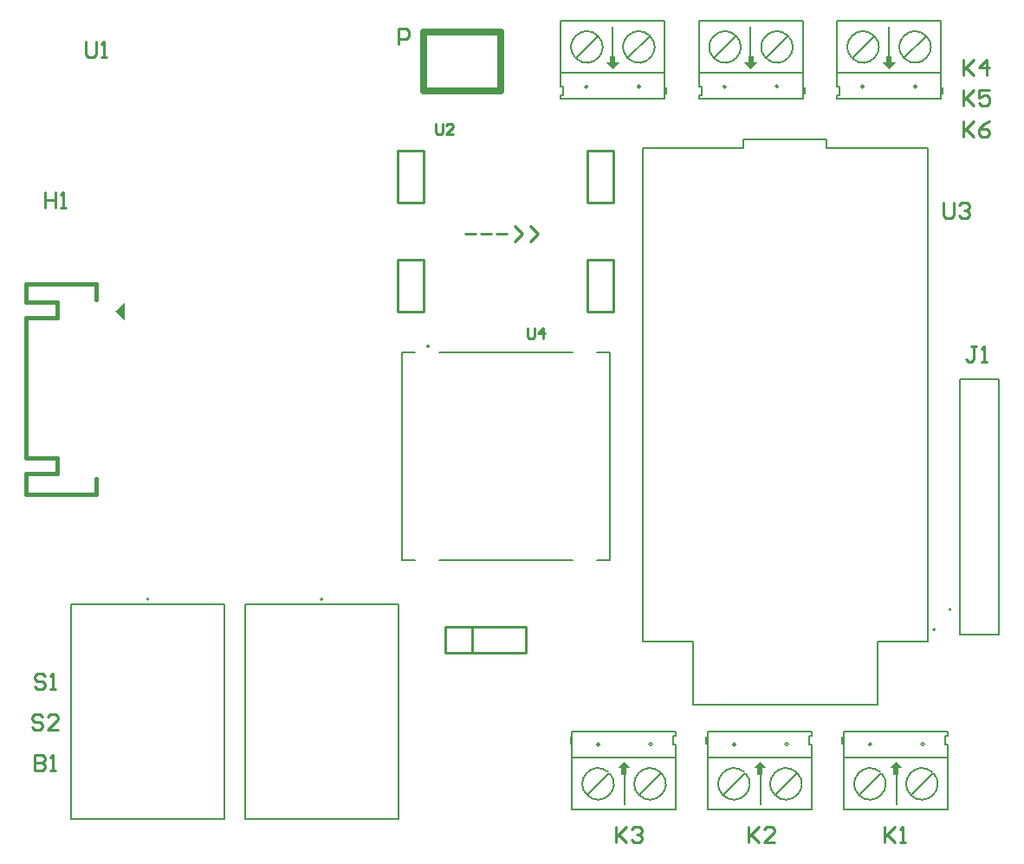
<source format=gto>
G04*
G04 #@! TF.GenerationSoftware,Altium Limited,Altium Designer,24.1.2 (44)*
G04*
G04 Layer_Color=65535*
%FSTAX44Y44*%
%MOMM*%
G71*
G04*
G04 #@! TF.SameCoordinates,15096EBA-7BDD-494B-A6EB-00B69F680517*
G04*
G04*
G04 #@! TF.FilePolarity,Positive*
G04*
G01*
G75*
%ADD10C,0.2000*%
%ADD11C,0.1778*%
%ADD12C,0.1270*%
%ADD13C,0.2540*%
%ADD14C,0.3810*%
%ADD15C,0.6350*%
G36*
X0091555Y0015092D02*
X009092Y0014457D01*
X0091301D01*
Y0013822D01*
X0091809D01*
Y0014457D01*
X009219D01*
X0091555Y0015092D01*
D02*
G37*
G36*
X00427813Y00582593D02*
Y00600627D01*
X00418923Y00591737D01*
X00418669D01*
X00427813Y00582593D01*
D02*
G37*
G36*
X009046Y0082841D02*
X0091095Y0083476D01*
X0090714D01*
Y0084111D01*
X0090206D01*
Y0083476D01*
X0089825D01*
X009046Y0082841D01*
D02*
G37*
G36*
X01048425Y0015092D02*
X01042075Y0014457D01*
X01045885D01*
Y0013822D01*
X01050965D01*
Y0014457D01*
X01054775D01*
X01048425Y0015092D01*
D02*
G37*
G36*
X011813D02*
X0117495Y0014457D01*
X0117876D01*
Y0013822D01*
X0118384D01*
Y0014457D01*
X0118765D01*
X011813Y0015092D01*
D02*
G37*
G36*
X010396Y0082841D02*
X0104595Y0083476D01*
X0104214D01*
Y0084111D01*
X0103706D01*
Y0083476D01*
X0103325D01*
X010396Y0082841D01*
D02*
G37*
G36*
X011746D02*
X0118095Y0083476D01*
X0117714D01*
Y0084111D01*
X0117206D01*
Y0083476D01*
X0116825D01*
X011746Y0082841D01*
D02*
G37*
D10*
X012197Y002802D02*
G03*
X012197Y002802I-00001J0D01*
G01*
X00451Y0031D02*
G03*
X00451Y0031I-00001J0D01*
G01*
X00621Y0031D02*
G03*
X00621Y0031I-00001J0D01*
G01*
X007248Y00557282D02*
G03*
X007248Y00557282I-00001J0D01*
G01*
X01235Y003D02*
G03*
X01235Y003I-00001J0D01*
G01*
D11*
X00920083Y00838303D02*
G03*
X00918524Y00839828I00009917J00011697D01*
G01*
X00880318Y00811138D02*
G03*
X00880318Y00811138I-00001626J0D01*
G01*
X00931626Y00811392D02*
G03*
X00931626Y00811392I-00001626J0D01*
G01*
X00869102Y00838459D02*
G03*
X00867724Y00839828I00010098J00011541D01*
G01*
X01139102Y00838459D02*
G03*
X01137724Y00839828I00010098J00011541D01*
G01*
X01201626Y00811392D02*
G03*
X01201626Y00811392I-00001626J0D01*
G01*
X01150318Y00811138D02*
G03*
X01150318Y00811138I-00001626J0D01*
G01*
X01190083Y00838303D02*
G03*
X01188524Y00839828I00009917J00011697D01*
G01*
X00951048Y00140871D02*
G03*
X00952426Y00139502I-00010098J-00011541D01*
G01*
X00891776Y00167938D02*
G03*
X00891776Y00167938I-00001626J0D01*
G01*
X00943084Y00168192D02*
G03*
X00943084Y00168192I-00001626J0D01*
G01*
X00900067Y00141027D02*
G03*
X00901626Y00139502I-00009917J-00011697D01*
G01*
X01083923Y00140871D02*
G03*
X01085301Y00139502I-00010098J-00011541D01*
G01*
X01024651Y00167938D02*
G03*
X01024651Y00167938I-00001626J0D01*
G01*
X01075959Y00168192D02*
G03*
X01075959Y00168192I-00001626J0D01*
G01*
X01032942Y00141027D02*
G03*
X01034501Y00139502I-00009917J-00011697D01*
G01*
X01216798Y00140871D02*
G03*
X01218176Y00139502I-00010098J-00011541D01*
G01*
X01157526Y00167938D02*
G03*
X01157526Y00167938I-00001626J0D01*
G01*
X01208834Y00168192D02*
G03*
X01208834Y00168192I-00001626J0D01*
G01*
X01165817Y00141027D02*
G03*
X01167376Y00139502I-00009917J-00011697D01*
G01*
X01055083Y00838303D02*
G03*
X01053524Y00839828I00009917J00011697D01*
G01*
X01015318Y00811138D02*
G03*
X01015318Y00811138I-00001626J0D01*
G01*
X01066626Y00811392D02*
G03*
X01066626Y00811392I-00001626J0D01*
G01*
X01004102Y00838459D02*
G03*
X01002724Y00839828I00010098J00011541D01*
G01*
X00919078Y00839078D02*
X00940668Y00860668D01*
X008538Y008246D02*
X009554D01*
Y008373D02*
Y008754D01*
X008538Y00811646D02*
Y008754D01*
Y00811646D02*
X0085634D01*
Y00803772D02*
Y00811646D01*
X009554Y007992D02*
Y008373D01*
X00956924Y0080428D02*
Y0081063D01*
X00904092Y00831712D02*
Y00870066D01*
X00868405Y00839205D02*
X00889868Y00860668D01*
X008538Y008754D02*
X009554D01*
X008538Y0083984D02*
Y00870066D01*
Y007992D02*
X009554D01*
X008538Y0080301D02*
X0085634D01*
X008538Y007992D02*
Y0080301D01*
X011238Y007992D02*
Y0080301D01*
X0112634D01*
X011238Y007992D02*
X012254D01*
X011238Y0083984D02*
Y00870066D01*
Y008754D02*
X012254D01*
X01138405Y00839205D02*
X01159868Y00860668D01*
X01174092Y00831712D02*
Y00870066D01*
X01226924Y0080428D02*
Y0081063D01*
X012254Y007992D02*
Y008373D01*
X0112634Y00803772D02*
Y00811646D01*
X011238D02*
X0112634D01*
X011238D02*
Y008754D01*
X012254Y008373D02*
Y008754D01*
X011238Y008246D02*
X012254D01*
X01189078Y00839078D02*
X01210668Y00860668D01*
X0096635Y0017632D02*
Y0018013D01*
X0096381Y0017632D02*
X0096635D01*
X0086475Y0018013D02*
X0096635D01*
Y00109264D02*
Y0013949D01*
X0086475Y0010393D02*
X0096635D01*
X00930282Y00118662D02*
X00951745Y00140125D01*
X00916058Y00109264D02*
Y00147618D01*
X00863226Y001687D02*
Y0017505D01*
X0086475Y0014203D02*
Y0018013D01*
X0096381Y00167684D02*
Y00175558D01*
Y00167684D02*
X0096635D01*
Y0010393D02*
Y00167684D01*
X0086475Y0010393D02*
Y0014203D01*
Y0015473D02*
X0096635D01*
X00879482Y00118662D02*
X00901072Y00140252D01*
X01099225Y0017632D02*
Y0018013D01*
X01096685Y0017632D02*
X01099225D01*
X00997625Y0018013D02*
X01099225D01*
Y00109264D02*
Y0013949D01*
X00997625Y0010393D02*
X01099225D01*
X01063157Y00118662D02*
X0108462Y00140125D01*
X01048933Y00109264D02*
Y00147618D01*
X00996101Y001687D02*
Y0017505D01*
X00997625Y0014203D02*
Y0018013D01*
X01096685Y00167684D02*
Y00175558D01*
Y00167684D02*
X01099225D01*
Y0010393D02*
Y00167684D01*
X00997625Y0010393D02*
Y0014203D01*
Y0015473D02*
X01099225D01*
X01012357Y00118662D02*
X01033947Y00140252D01*
X012321Y0017632D02*
Y0018013D01*
X0122956Y0017632D02*
X012321D01*
X011305Y0018013D02*
X012321D01*
Y00109264D02*
Y0013949D01*
X011305Y0010393D02*
X012321D01*
X01196032Y00118662D02*
X01217495Y00140125D01*
X01181808Y00109264D02*
Y00147618D01*
X01128976Y001687D02*
Y0017505D01*
X011305Y0014203D02*
Y0018013D01*
X0122956Y00167684D02*
Y00175558D01*
Y00167684D02*
X012321D01*
Y0010393D02*
Y00167684D01*
X011305Y0010393D02*
Y0014203D01*
Y0015473D02*
X012321D01*
X01145232Y00118662D02*
X01166822Y00140252D01*
X01054078Y00839078D02*
X01075668Y00860668D01*
X009888Y008246D02*
X010904D01*
Y008373D02*
Y008754D01*
X009888Y00811646D02*
Y008754D01*
Y00811646D02*
X0099134D01*
Y00803772D02*
Y00811646D01*
X010904Y007992D02*
Y008373D01*
X01091924Y0080428D02*
Y0081063D01*
X01039092Y00831712D02*
Y00870066D01*
X01003405Y00839205D02*
X01024868Y00860668D01*
X009888Y008754D02*
X010904D01*
X009888Y0083984D02*
Y00870066D01*
Y007992D02*
X010904D01*
X009888Y0080301D02*
X0099134D01*
X009888Y007992D02*
Y0080301D01*
D12*
X009335Y007509D02*
X010324D01*
Y007599D01*
X011137D01*
Y007509D02*
Y007599D01*
Y007509D02*
X012125D01*
X00983Y002069D02*
Y002689D01*
Y002069D02*
X01163D01*
Y002689D01*
X012125D01*
X009335D02*
X00983D01*
X009335D02*
Y007509D01*
X012125Y002689D02*
Y007509D01*
X00525Y00095D02*
Y00305D01*
X00375Y00095D02*
X00525D01*
X00375D02*
Y00305D01*
X00525D01*
X00695Y00095D02*
Y00305D01*
X00545Y00095D02*
X00695D01*
X00545D02*
Y00305D01*
X00695D01*
X008889Y003484D02*
X009016D01*
X006984D02*
X007111D01*
X008889Y005516D02*
X009016D01*
X006984D02*
X007111D01*
X00735D02*
X00865D01*
X00735Y003484D02*
X00865D01*
X009016D02*
Y005516D01*
X006984Y003484D02*
Y005516D01*
X01282Y00275D02*
Y00525D01*
X01243999D02*
X01282D01*
X01243999Y00275D02*
Y00525D01*
Y00275D02*
X01282D01*
D13*
X007673Y002573D02*
Y002827D01*
X0074063Y002573D02*
X0081937D01*
X0074063Y002827D02*
X0081937D01*
Y002573D02*
Y002827D01*
X0074063Y002573D02*
Y002827D01*
X0071995Y0069785D02*
Y0074865D01*
X0069455D02*
X0071995D01*
X0069455Y0069785D02*
X0071995D01*
X0069455D02*
Y0074865D01*
Y0059135D02*
X0071995D01*
X0069455D02*
Y0064215D01*
X0071995D01*
Y0059135D02*
Y0064215D01*
X0088005Y0059135D02*
Y0064215D01*
X0090545D01*
X0088005Y0059135D02*
X0090545D01*
Y0064215D01*
X0088005Y0074865D02*
X0090545D01*
Y0069785D02*
Y0074865D01*
X0088005Y0069785D02*
Y0074865D01*
Y0069785D02*
X0090545D01*
X01227304Y00697617D02*
Y00684922D01*
X01229843Y00682383D01*
X01234922D01*
X01237461Y00684922D01*
Y00697617D01*
X01242539Y00695078D02*
X01245078Y00697617D01*
X01250157D01*
X01252696Y00695078D01*
Y00692539D01*
X01250157Y0069D01*
X01247617D01*
X01250157D01*
X01252696Y00687461D01*
Y00684922D01*
X01250157Y00682383D01*
X01245078D01*
X01242539Y00684922D01*
X00339843Y00157618D02*
Y00142382D01*
X00347461D01*
X0035Y00144922D01*
Y00147461D01*
X00347461Y0015D01*
X00339843D01*
X00347461D01*
X0035Y00152539D01*
Y00155078D01*
X00347461Y00157618D01*
X00339843D01*
X00355078Y00142382D02*
X00360157D01*
X00357618D01*
Y00157618D01*
X00355078Y00155078D01*
X00824192Y0067517D02*
X0083181Y00667552D01*
X00824192Y00659935D01*
X00808957Y0067517D02*
X00816575Y00667552D01*
X00808957Y00659935D01*
X0080134Y00667552D02*
X00791183D01*
X00786105D02*
X00775948D01*
X0077087D02*
X00760713D01*
X00389589Y00855269D02*
Y00842574D01*
X00392128Y00840034D01*
X00397207D01*
X00399746Y00842574D01*
Y00855269D01*
X00404824Y00840034D02*
X00409903D01*
X00407364D01*
Y00855269D01*
X00404824Y0085273D01*
X00347461Y00195078D02*
X00344922Y00197617D01*
X00339843D01*
X00337304Y00195078D01*
Y00192539D01*
X00339843Y0019D01*
X00344922D01*
X00347461Y00187461D01*
Y00184922D01*
X00344922Y00182383D01*
X00339843D01*
X00337304Y00184922D01*
X00362696Y00182383D02*
X00352539D01*
X00362696Y00192539D01*
Y00195078D01*
X00360157Y00197617D01*
X00355078D01*
X00352539Y00195078D01*
X00821669Y00574998D02*
Y00566668D01*
X00823335Y00565002D01*
X00826668D01*
X00828334Y00566668D01*
Y00574998D01*
X00836665Y00565002D02*
Y00574998D01*
X00831666Y0057D01*
X00838331D01*
X00731669Y00774998D02*
Y00766668D01*
X00733335Y00765002D01*
X00736668D01*
X00738334Y00766668D01*
Y00774998D01*
X00748331Y00765002D02*
X00741666D01*
X00748331Y00771666D01*
Y00773332D01*
X00746665Y00774998D01*
X00743332D01*
X00741666Y00773332D01*
X0035Y00235078D02*
X00347461Y00237617D01*
X00342383D01*
X00339843Y00235078D01*
Y00232539D01*
X00342383Y0023D01*
X00347461D01*
X0035Y00227461D01*
Y00224922D01*
X00347461Y00222383D01*
X00342383D01*
X00339843Y00224922D01*
X00355078Y00222383D02*
X00360157D01*
X00357618D01*
Y00237617D01*
X00355078Y00235078D01*
X00694922Y00852383D02*
Y00867617D01*
X00702539D01*
X00705078Y00865078D01*
Y0086D01*
X00702539Y00857461D01*
X00694922D01*
X01247304Y00777617D02*
Y00762383D01*
Y00767461D01*
X01257461Y00777617D01*
X01249843Y0077D01*
X01257461Y00762383D01*
X01272696Y00777617D02*
X01267617Y00775078D01*
X01262539Y0077D01*
Y00764922D01*
X01265078Y00762383D01*
X01270157D01*
X01272696Y00764922D01*
Y00767461D01*
X01270157Y0077D01*
X01262539D01*
X01247304Y00807617D02*
Y00792383D01*
Y00797461D01*
X01257461Y00807617D01*
X01249843Y008D01*
X01257461Y00792383D01*
X01272696Y00807617D02*
X01262539D01*
Y008D01*
X01267617Y00802539D01*
X01270157D01*
X01272696Y008D01*
Y00794922D01*
X01270157Y00792383D01*
X01265078D01*
X01262539Y00794922D01*
X01247304Y00837617D02*
Y00822383D01*
Y00827461D01*
X01257461Y00837617D01*
X01249843Y0083D01*
X01257461Y00822383D01*
X01270157D02*
Y00837617D01*
X01262539Y0083D01*
X01272696D01*
X00907304Y00087618D02*
Y00072382D01*
Y00077461D01*
X00917461Y00087618D01*
X00909843Y0008D01*
X00917461Y00072382D01*
X00922539Y00085078D02*
X00925078Y00087618D01*
X00930157D01*
X00932696Y00085078D01*
Y00082539D01*
X00930157Y0008D01*
X00927617D01*
X00930157D01*
X00932696Y00077461D01*
Y00074922D01*
X00930157Y00072382D01*
X00925078D01*
X00922539Y00074922D01*
X01037304Y00087618D02*
Y00072382D01*
Y00077461D01*
X01047461Y00087618D01*
X01039843Y0008D01*
X01047461Y00072382D01*
X01062696D02*
X01052539D01*
X01062696Y00082539D01*
Y00085078D01*
X01060157Y00087618D01*
X01055078D01*
X01052539Y00085078D01*
X01169843Y00087618D02*
Y00072382D01*
Y00077461D01*
X0118Y00087618D01*
X01172383Y0008D01*
X0118Y00072382D01*
X01185078D02*
X01190157D01*
X01187618D01*
Y00087618D01*
X01185078Y00085078D01*
X0126Y00557617D02*
X01254922D01*
X01257461D01*
Y00544922D01*
X01254922Y00542383D01*
X01252383D01*
X01249843Y00544922D01*
X01265078Y00542383D02*
X01270157D01*
X01267618D01*
Y00557617D01*
X01265078Y00555078D01*
X00349843Y00707617D02*
Y00692383D01*
Y007D01*
X0036D01*
Y00707617D01*
Y00692383D01*
X00365078D02*
X00370157D01*
X00367618D01*
Y00707617D01*
X00365078Y00705078D01*
D14*
X004Y0041254D02*
Y0042778D01*
Y0060304D02*
Y0061828D01*
X0033142D02*
X004D01*
X0033142Y0041254D02*
X004D01*
X0033142Y006005D02*
Y0061828D01*
Y006005D02*
X003619D01*
Y0058526D02*
Y006005D01*
X0033142Y0058526D02*
X003619D01*
X0033142Y004481D02*
Y0058526D01*
Y004481D02*
X003619D01*
Y0043286D02*
Y004481D01*
X0033142Y0043286D02*
X003619D01*
X0033142Y0041254D02*
Y0043286D01*
D15*
X007198Y008074D02*
Y008646D01*
X007948D01*
Y008074D02*
Y008646D01*
X007198Y008074D02*
X007948D01*
M02*

</source>
